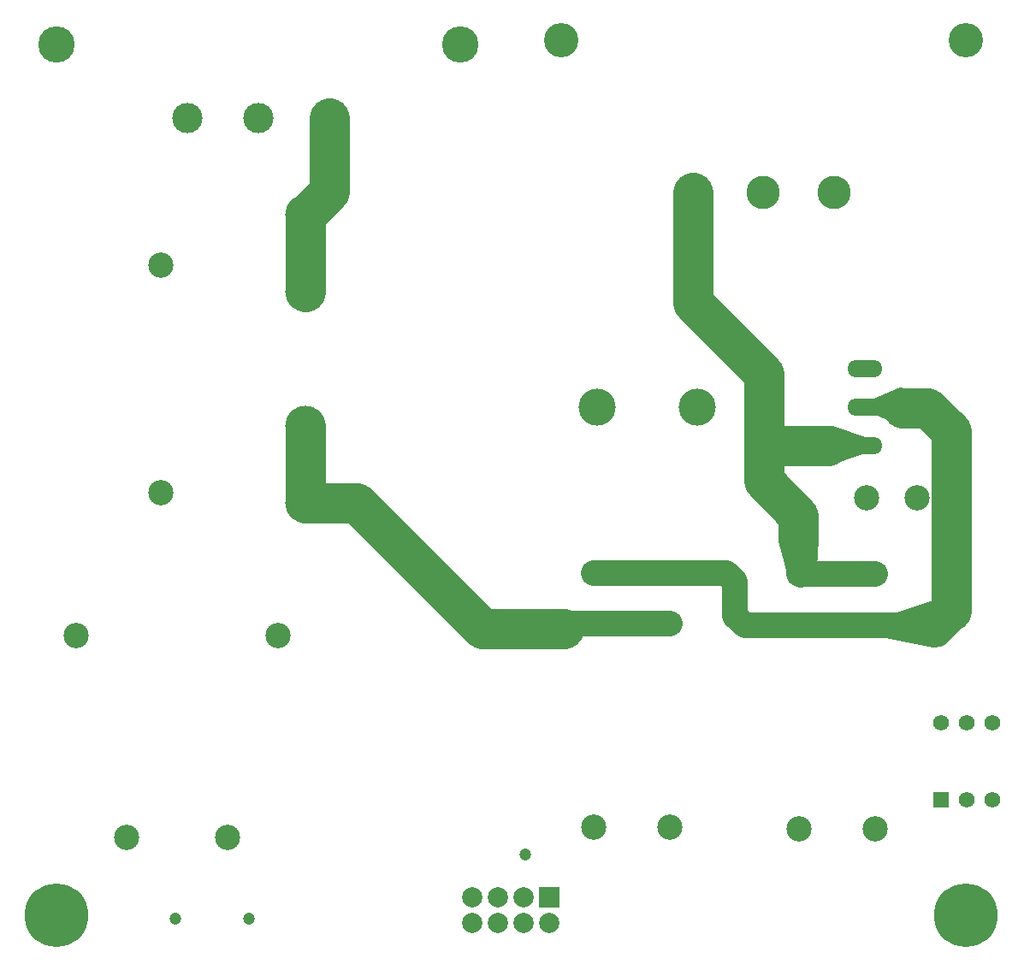
<source format=gbs>
G04 #@! TF.FileFunction,Soldermask,Bot*
%FSLAX46Y46*%
G04 Gerber Fmt 4.6, Leading zero omitted, Abs format (unit mm)*
G04 Created by KiCad (PCBNEW 0.201507280910+6003~25~ubuntu14.04.1-product) date Wed 07 Oct 2015 02:08:59 BST*
%MOMM*%
G01*
G04 APERTURE LIST*
%ADD10C,0.100000*%
%ADD11C,1.500000*%
%ADD12C,4.000000*%
%ADD13C,2.500000*%
%ADD14C,1.000000*%
%ADD15C,2.000000*%
%ADD16C,2.499360*%
%ADD17O,3.500120X1.699260*%
%ADD18C,2.500000*%
%ADD19C,1.200000*%
%ADD20R,1.574800X1.574800*%
%ADD21C,1.574800*%
%ADD22C,3.600000*%
%ADD23C,3.000000*%
%ADD24C,6.300000*%
%ADD25C,0.600000*%
%ADD26C,3.660000*%
%ADD27C,2.000000*%
%ADD28R,2.000000X2.000000*%
%ADD29C,4.000000*%
%ADD30C,3.300000*%
%ADD31C,3.400000*%
G04 APERTURE END LIST*
D10*
D11*
X111252000Y-81788000D02*
X114681000Y-80645000D01*
X111760000Y-79375000D02*
X115189000Y-80518000D01*
D12*
X105283000Y-80518000D02*
X111379000Y-80518000D01*
D13*
X109220000Y-89789000D02*
X109029500Y-92583000D01*
X107759500Y-89852500D02*
X109220000Y-89789000D01*
X108648500Y-93345000D02*
X107759500Y-89852500D01*
X108556000Y-93260000D02*
X116056000Y-93260000D01*
D12*
X108458000Y-87439500D02*
X108458000Y-89852500D01*
X105092500Y-84074000D02*
X108458000Y-87439500D01*
X105029000Y-84010500D02*
X105092500Y-84074000D01*
X105029000Y-73386500D02*
X105029000Y-84010500D01*
X104965500Y-73323000D02*
X105029000Y-73386500D01*
X98000000Y-66357500D02*
X104965500Y-73323000D01*
X98000000Y-55500000D02*
X98000000Y-66357500D01*
X123571000Y-79121000D02*
X123571000Y-96901000D01*
X121221500Y-76771500D02*
X123571000Y-79121000D01*
X118745000Y-76771500D02*
X121221500Y-76771500D01*
D14*
X118046500Y-76327000D02*
X118046500Y-77152500D01*
X116713000Y-76581000D02*
X118046500Y-76327000D01*
X117729000Y-77660500D02*
X115951000Y-76898500D01*
X118618000Y-78168500D02*
X117729000Y-77660500D01*
X118618000Y-75311000D02*
X118618000Y-78168500D01*
X115633500Y-76517500D02*
X118618000Y-75311000D01*
D15*
X117602000Y-98298000D02*
X122174000Y-96774000D01*
X122428000Y-99377500D02*
X124333000Y-97472500D01*
X121920000Y-99504500D02*
X122428000Y-99377500D01*
X116395500Y-98361500D02*
X121920000Y-99504500D01*
D13*
X120967500Y-98298000D02*
X120967500Y-98234500D01*
X116056000Y-98298000D02*
X120967500Y-98298000D01*
X108556000Y-98298000D02*
X116056000Y-98298000D01*
X103145500Y-98298000D02*
X108556000Y-98298000D01*
X102193000Y-97345500D02*
X103145500Y-98298000D01*
X102193000Y-93980000D02*
X102193000Y-97345500D01*
X101346000Y-93133000D02*
X102193000Y-93980000D01*
X95730000Y-93133000D02*
X101346000Y-93133000D01*
X88230000Y-93133000D02*
X95730000Y-93133000D01*
X84963000Y-98173000D02*
X84963000Y-98552000D01*
X88230000Y-98173000D02*
X84963000Y-98173000D01*
X95730000Y-98173000D02*
X88230000Y-98173000D01*
D12*
X77216000Y-98679000D02*
X85217000Y-98679000D01*
X64770000Y-86233000D02*
X77216000Y-98679000D01*
X59690000Y-86233000D02*
X64770000Y-86233000D01*
X59690000Y-78613000D02*
X59690000Y-86233000D01*
X59690000Y-57658000D02*
X59690000Y-65278000D01*
X59714000Y-57658000D02*
X59690000Y-57658000D01*
X62000000Y-55372000D02*
X59714000Y-57658000D01*
X62000000Y-48100000D02*
X62000000Y-55372000D01*
D16*
X115237000Y-85725000D03*
X120237000Y-85725000D03*
D17*
X115062000Y-76708000D03*
X115062000Y-80518000D03*
X115062000Y-72898000D03*
D18*
X88230000Y-118333000D03*
X95730000Y-118333000D03*
X88230000Y-98173000D03*
X88230000Y-93133000D03*
X95730000Y-98173000D03*
X95730000Y-93133000D03*
D19*
X54102000Y-127381000D03*
X81407000Y-120967500D03*
X46799500Y-127381000D03*
D20*
X122555000Y-115570000D03*
D21*
X125095000Y-115570000D03*
X127635000Y-115570000D03*
X127635000Y-107950000D03*
X125095000Y-107950000D03*
X122555000Y-107950000D03*
D22*
X75000000Y-40800000D03*
X35000000Y-40800000D03*
D23*
X62000000Y-48100000D03*
X55000000Y-48100000D03*
X48000000Y-48100000D03*
D24*
X35000000Y-127000000D03*
D25*
X35000000Y-124500000D03*
X37500000Y-127000000D03*
X35000000Y-129500000D03*
X32500000Y-127000000D03*
X33200000Y-125200000D03*
X36800000Y-125200000D03*
X33200000Y-128800000D03*
X36800000Y-128800000D03*
D24*
X125000000Y-127000000D03*
D25*
X125000000Y-124500000D03*
X127500000Y-127000000D03*
X125000000Y-129500000D03*
X122500000Y-127000000D03*
X123200000Y-125200000D03*
X126800000Y-125200000D03*
X123200000Y-128800000D03*
X126800000Y-128800000D03*
D26*
X88517000Y-76708000D03*
X98427000Y-76708000D03*
D27*
X76190000Y-125230000D03*
X76190000Y-127770000D03*
X78730000Y-125230000D03*
X78730000Y-127770000D03*
X81270000Y-125230000D03*
X81270000Y-127770000D03*
D28*
X83810000Y-125230000D03*
D27*
X83810000Y-127770000D03*
D29*
X59690000Y-57658000D03*
X59690000Y-65278000D03*
X59690000Y-86233000D03*
X59690000Y-78613000D03*
D18*
X45339000Y-62660000D03*
X45339000Y-85160000D03*
X41990000Y-119347000D03*
X51990000Y-119347000D03*
X36990000Y-99347000D03*
X56990000Y-99347000D03*
D30*
X112000000Y-55500000D03*
X105000000Y-55500000D03*
X98000000Y-55500000D03*
D31*
X125000000Y-40400000D03*
X85000000Y-40400000D03*
D18*
X108556000Y-118460000D03*
X116056000Y-118460000D03*
X108556000Y-98300000D03*
X108556000Y-93260000D03*
X116056000Y-98300000D03*
X116056000Y-93260000D03*
M02*

</source>
